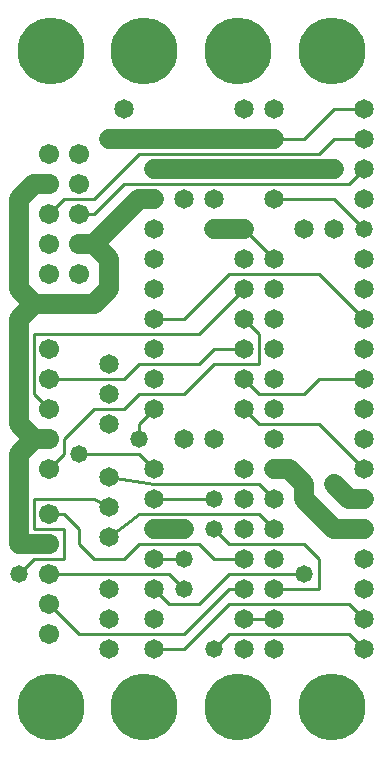
<source format=gbl>
%MOIN*%
%FSLAX25Y25*%
G04 D10 used for Character Trace; *
G04     Circle (OD=.01000) (No hole)*
G04 D11 used for Power Trace; *
G04     Circle (OD=.06500) (No hole)*
G04 D12 used for Signal Trace; *
G04     Circle (OD=.01100) (No hole)*
G04 D13 used for Via; *
G04     Circle (OD=.05800) (Round. Hole ID=.02800)*
G04 D14 used for Component hole; *
G04     Circle (OD=.06500) (Round. Hole ID=.03500)*
G04 D15 used for Component hole; *
G04     Circle (OD=.06700) (Round. Hole ID=.04300)*
G04 D16 used for Component hole; *
G04     Circle (OD=.08100) (Round. Hole ID=.05100)*
G04 D17 used for Component hole; *
G04     Circle (OD=.08900) (Round. Hole ID=.05900)*
G04 D18 used for Component hole; *
G04     Circle (OD=.11300) (Round. Hole ID=.08300)*
G04 D19 used for Component hole; *
G04     Circle (OD=.16000) (Round. Hole ID=.13000)*
G04 D20 used for Component hole; *
G04     Circle (OD=.18300) (Round. Hole ID=.15300)*
G04 D21 used for Component hole; *
G04     Circle (OD=.22291) (Round. Hole ID=.19291)*
%ADD10C,.01000*%
%ADD11C,.06500*%
%ADD12C,.01100*%
%ADD13C,.05800*%
%ADD14C,.06500*%
%ADD15C,.06700*%
%ADD16C,.08100*%
%ADD17C,.08900*%
%ADD18C,.11300*%
%ADD19C,.16000*%
%ADD20C,.18300*%
%ADD21C,.22291*%
%IPPOS*%
%LPD*%
G90*X0Y0D02*D21*X15625Y15625D03*D14*              
X35000Y35000D03*D12*X25000Y40000D02*X60000D01*    
X75000Y55000D01*X80000D01*D14*D03*D12*            
X65000Y50000D02*X75000Y60000D01*X55000Y50000D02*  
X65000D01*X55000D02*X50000Y55000D01*D14*D03*D12*  
X60000D02*X55000Y60000D01*D13*X60000Y55000D03*D12*
X15000Y60000D02*X55000D01*D15*X15000D03*D12*      
X10000Y65000D02*X20000D01*X5000Y60000D02*         
X10000Y65000D01*D13*X5000Y60000D03*D15*           
X15000Y50000D03*D12*X25000Y40000D01*D15*X15000D03*
D14*X35000Y45000D03*Y55000D03*X50000Y65000D03*D12*
X60000D01*D13*D03*D12*X70000D02*X65000Y70000D01*  
X70000Y65000D02*X80000D01*D14*D03*D12*            
X75000Y70000D02*X100000D01*X105000Y65000D01*      
Y55000D01*X90000D01*D14*D03*X80000Y45000D03*D12*  
X90000D01*D14*D03*X80000Y35000D03*X90000D03*D12*  
X75000Y60000D02*X100000D01*D13*D03*D14*           
X90000Y65000D03*D12*X120000Y45000D02*             
X115000Y50000D01*D14*X120000Y45000D03*D12*        
X75000Y50000D02*X115000D01*X60000Y35000D02*       
X75000Y50000D01*X50000Y35000D02*X60000D01*D14*    
X50000D03*Y45000D03*D21*X46875Y15625D03*D13*      
X70000Y35000D03*D12*X75000Y40000D01*X115000D01*   
X120000Y35000D01*D14*D03*D21*X109375Y15625D03*D14*
X120000Y55000D03*Y65000D03*X80000Y75000D03*       
X120000D03*D11*X110000D01*X100000Y85000D01*       
Y90000D01*X95000Y95000D01*X90000D01*D14*D03*D12*  
Y85000D02*X85000Y90000D01*D14*X90000Y85000D03*D12*
X50000Y90000D02*X85000D01*X35000Y92500D02*        
X50000Y90000D01*D14*X35000Y92500D03*D12*Y82500D02*
X30000Y85000D01*D14*X35000Y82500D03*D12*          
X10000Y85000D02*X30000D01*X10000Y75000D02*        
Y85000D01*Y75000D02*X20000D01*Y65000D01*X30000D02*
X25000Y70000D01*X30000Y65000D02*X40000D01*        
X45000Y70000D01*X65000D01*D13*X70000Y75000D03*D12*
X75000Y70000D01*X90000Y75000D02*X85000Y80000D01*  
D14*X90000Y75000D03*D12*X45000Y80000D02*X85000D01*
X35000Y72500D02*X45000Y80000D01*D14*              
X35000Y72500D03*D12*X25000Y70000D02*Y75000D01*    
X20000Y80000D01*X15000D01*D15*D03*D11*            
X5000Y70000D02*X15000D01*D15*D03*D11*X5000D02*    
Y100000D01*X10000Y105000D01*X15000D01*D15*D03*D12*
Y95000D02*X20000Y100000D01*D15*X15000Y95000D03*   
D12*X20000Y100000D02*Y105000D01*X30000Y115000D01* 
X40000D01*X45000Y120000D01*X60000D01*             
X70000Y130000D01*X85000D01*Y140000D01*            
X80000Y145000D01*D14*D03*X90000Y135000D03*        
Y155000D03*D12*X65000Y130000D02*X70000Y135000D01* 
X45000Y130000D02*X65000D01*X40000Y125000D02*      
X45000Y130000D01*X15000Y125000D02*X40000D01*D15*  
X15000D03*D12*Y115000D02*X10000Y120000D01*D15*    
X15000Y115000D03*D12*X10000Y120000D02*Y140000D01* 
X65000D01*X80000Y155000D01*D14*D03*D12*           
X60000Y145000D02*X75000Y160000D01*                
X50000Y145000D02*X60000D01*D14*X50000D03*         
Y155000D03*Y135000D03*X35000Y130000D03*D11*       
X30000Y150000D02*X35000Y155000D01*                
X10000Y150000D02*X30000D01*X5000Y145000D02*       
X10000Y150000D01*X5000Y110000D02*Y145000D01*      
X10000Y105000D02*X5000Y110000D01*D13*             
X25000Y100000D03*D12*X45000D01*X50000Y95000D01*   
D14*D03*X60000Y105000D03*X50000Y85000D03*D12*     
X70000D01*D13*D03*D14*X80000Y95000D03*D13*        
X60000Y75000D03*D11*X50000D01*D14*D03*            
X70000Y105000D03*D13*X45000D03*D12*Y110000D01*    
X50000Y115000D01*D14*D03*Y125000D03*              
X35000Y120000D03*Y110000D03*D12*X70000Y135000D02* 
X80000D01*D14*D03*X90000Y125000D03*Y145000D03*    
X80000Y125000D03*D12*X85000Y120000D01*X100000D01* 
X105000Y125000D01*X120000D01*D14*D03*Y135000D03*  
Y115000D03*D12*Y95000D02*X105000Y110000D01*D14*   
X120000Y95000D03*D11*X115000Y85000D02*X120000D01* 
D14*D03*D11*X115000D02*X110000Y90000D01*D13*D03*  
D14*X120000Y105000D03*X90000D03*D12*              
X85000Y110000D02*X105000D01*X85000D02*            
X80000Y115000D01*D14*D03*X90000D03*               
X80000Y85000D03*X120000Y155000D03*Y145000D03*D12* 
X105000Y160000D01*X75000D01*D14*X80000Y165000D03* 
Y175000D03*D12*X90000Y165000D01*D14*D03*          
X100000Y175000D03*D11*X70000D02*X80000D01*D13*    
X70000D03*D14*X60000Y185000D03*X70000D03*         
X90000Y195000D03*D11*X70000D01*D14*D03*D11*       
X50000D01*D13*D03*D12*X30000Y185000D02*           
X45000Y200000D01*X20000Y185000D02*X30000D01*      
X15000Y180000D02*X20000Y185000D01*D15*            
X15000Y180000D03*X25000Y170000D03*D11*X30000D01*  
X35000Y165000D01*Y155000D01*D15*X25000Y160000D03* 
D11*X30000Y170000D02*X45000Y185000D01*X50000D01*  
D13*D03*D12*X30000Y180000D02*X40000Y190000D01*    
X25000Y180000D02*X30000D01*D15*X25000D03*         
X15000Y190000D03*D11*X10000D01*X5000Y185000D01*   
Y155000D01*X10000Y150000D01*D15*X15000Y160000D03* 
Y135000D03*Y170000D03*D12*X40000Y190000D02*       
X115000D01*X120000Y195000D01*D14*D03*D12*         
X105000Y200000D02*X110000Y205000D01*              
X45000Y200000D02*X105000D01*D13*X35000Y205000D03* 
D11*X70000D01*D14*D03*D11*X90000D01*D14*D03*D12*  
X100000D01*X110000Y215000D01*X120000D01*D14*D03*  
D12*X110000Y205000D02*X120000D01*D14*D03*D13*     
X110000Y195000D03*D11*X90000D01*D14*Y185000D03*   
D12*X110000D01*X120000Y175000D01*D13*D03*D14*     
Y185000D03*X110000Y175000D03*X120000Y165000D03*   
X80000Y215000D03*X90000D03*D21*X109375Y234375D03* 
X78125D03*D14*X50000Y175000D03*Y165000D03*D21*    
X46875Y234375D03*D14*X40000Y215000D03*D15*        
X25000Y200000D03*Y190000D03*D21*X15625Y234375D03* 
D15*X15000Y200000D03*D21*X78125Y15625D03*M02*     

</source>
